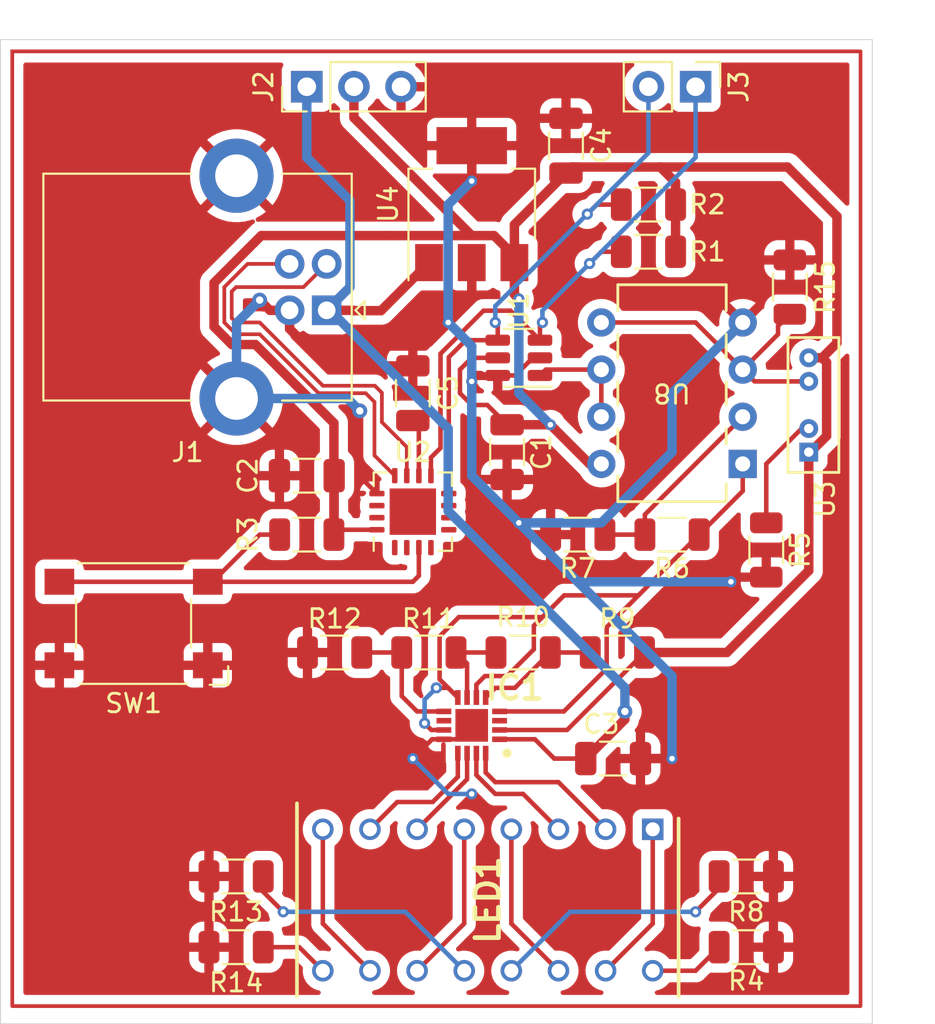
<source format=kicad_pcb>
(kicad_pcb (version 20221018) (generator pcbnew)
  (layers (0 "F.Cu" signal) (31 "B.Cu" signal) (34 "B.Paste" user) (35 "F.Paste" user) (36 "B.SilkS" user "B.Silkscreen") (37 "F.SilkS" user "F.Silkscreen") (38 "B.Mask" user) (39 "F.Mask" user) (44 "Edge.Cuts" user))
  (net 0 "")
  (net 1 "/D-")
  (net 2 "/D+")
  (net 3 "GND")
  (net 4 "+3.3V")
  (net 5 "/SCL")
  (net 6 "/SDA")
  (net 7 "/#RST")
  (net 8 "Net-(U3-Cath)")
  (net 15 "Net-(U2-VUSB)")
  (net 19 "Net-(U1-VIN+)")
  (net 20 "+5V")
  (net 22 "Net-(IC1-IN1+)")
  (net 23 "Net-(IC1-IN2-)")
  (net 24 "Net-(IC1-IN3-)")
  (net 25 "Net-(IC1-IN4-)")
  (net 27 "Net-(IC1-OUT4)")
  (net 28 "Net-(IC1-OUT3)")
  (net 29 "Net-(IC1-OUT2)")
  (net 30 "Net-(IC1-OUT1)")
  (net 31 "Net-(U8A--)")
  (net 32 "Umert")
  (net 33 "Net-(LED1-AH)")
  (net 34 "Net-(LED1-AG)")
  (net 35 "Net-(LED1-AF)")
  (net 36 "Net-(LED1-AE)")
  (net 37 "Net-(LED1-KE)")
  (net 38 "Net-(LED1-KF)")
  (net 39 "Net-(LED1-KG)")
  (net 40 "Net-(LED1-KH)")
  (footprint "Resistor_SMD:R_1206_3216Metric" (layer "F.Cu") (at 77.47 36.195 180)
    (fp_text reference "R2" (at -3.175 0) (layer "F.SilkS"))
    (fp_text value "4k7")
    (pad "1" smd roundrect (at -1.4625 0 180) (size 1.125 1.75) (layers "F.Cu" "F.Paste" "F.Mask") (roundrect_rratio 0.2222222222) (net 4 "+3.3V"))
    (pad "2" smd roundrect (at 1.4625 0 180) (size 1.125 1.75) (layers "F.Cu" "F.Paste" "F.Mask") (roundrect_rratio 0.2222222222) (net 6 "/SDA"))
  )
  (footprint "Resistor_SMD:R_1206_3216Metric" (layer "F.Cu") (at 82.7425 72.39 180)
    (fp_text reference "R8" (at 0 -1.905) (layer "F.SilkS"))
    (fp_text value "60.4")
    (pad "1" smd roundrect (at -1.4625 0 180) (size 1.125 1.75) (layers "F.Cu" "F.Paste" "F.Mask") (roundrect_rratio 0.2222222222) (net 3 "GND"))
    (pad "2" smd roundrect (at 1.4625 0 180) (size 1.125 1.75) (layers "F.Cu" "F.Paste" "F.Mask") (roundrect_rratio 0.2222222222) (net 39 "Net-(LED1-KG)"))
  )
  (footprint "Capacitor_SMD:C_1206_3216Metric" (layer "F.Cu") (at 75.565 66.04)
    (fp_text reference "C3" (at -0.635 -1.85) (layer "F.SilkS"))
    (fp_text value "4.7u")
    (pad "1" smd roundrect (at -1.475 0) (size 1.15 1.8) (layers "F.Cu" "F.Paste" "F.Mask") (roundrect_rratio 0.2173913043) (net 20 "+5V"))
    (pad "2" smd roundrect (at 1.475 0) (size 1.15 1.8) (layers "F.Cu" "F.Paste" "F.Mask") (roundrect_rratio 0.2173913043) (net 3 "GND"))
  )
  (footprint "Button_Switch_SMD:SW_SPST_Omron_B3FS-100xP" (layer "F.Cu") (at 49.72 58.765 180)
    (fp_text reference "SW1" (at 0 -4.3) (layer "F.SilkS"))
    (fp_text value "SW_Push")
    (pad "1" smd rect (at -4 -2.25) (size 1.6 1.4) (layers "F.Cu" "F.Paste" "F.Mask") (net 3 "GND"))
    (pad "1" smd rect (at 4 -2.25) (size 1.6 1.4) (layers "F.Cu" "F.Paste" "F.Mask") (net 3 "GND"))
    (pad "2" smd rect (at -4 2.25) (size 1.6 1.4) (layers "F.Cu" "F.Paste" "F.Mask") (net 7 "/#RST"))
    (pad "2" smd rect (at 4 2.25) (size 1.6 1.4) (layers "F.Cu" "F.Paste" "F.Mask") (net 7 "/#RST"))
  )
  (footprint "Package_TO_SOT_SMD:SOT-23-6" (layer "F.Cu") (at 70.485 44.45 180)
    (fp_text reference "U1" (at 0 2.54 90) (layer "F.SilkS"))
    (fp_text value "ADS1110")
    (pad "1" smd roundrect (at -1.1375 -0.95 180) (size 1.325 0.6) (layers "F.Cu" "F.Paste" "F.Mask") (net 19 "Net-(U1-VIN+)"))
    (pad "2" smd roundrect (at -1.1375 0 180) (size 1.325 0.6) (layers "F.Cu" "F.Paste" "F.Mask") (net 3 "GND"))
    (pad "3" smd roundrect (at -1.1375 0.95 180) (size 1.325 0.6) (layers "F.Cu" "F.Paste" "F.Mask") (net 5 "/SCL"))
    (pad "4" smd roundrect (at 1.1375 0.95 180) (size 1.325 0.6) (layers "F.Cu" "F.Paste" "F.Mask") (net 6 "/SDA"))
    (pad "5" smd roundrect (at 1.1375 0 180) (size 1.325 0.6) (layers "F.Cu" "F.Paste" "F.Mask") (net 4 "+3.3V"))
    (pad "6" smd roundrect (at 1.1375 -0.95 180) (size 1.325 0.6) (layers "F.Cu" "F.Paste" "F.Mask") (net 3 "GND"))
  )
  (footprint "OwnLib:QFN50P300X300X80-17N-D" (layer "F.Cu") (at 67.945 64.25 180)
    (fp_text reference "IC1" (at -2.31 2.02) (layer "F.SilkS") (effects (font (size 1.27 1.27) (thickness 0.254))))
    (fp_text value "TLV9024RTER" hide)
    (pad "1" smd rect (at -1.5 -0.75 270) (size 0.3 0.8) (layers "F.Cu" "F.Paste" "F.Mask") (net 20 "+5V"))
    (pad "2" smd rect (at -1.5 -0.25 270) (size 0.3 0.8) (layers "F.Cu" "F.Paste" "F.Mask") (net 4 "+3.3V"))
    (pad "3" smd rect (at -1.5 0.25 270) (size 0.3 0.8) (layers "F.Cu" "F.Paste" "F.Mask"))
    (pad "4" smd rect (at -1.5 0.75 270) (size 0.3 0.8) (layers "F.Cu" "F.Paste" "F.Mask") (net 22 "Net-(IC1-IN1+)"))
    (pad "5" smd rect (at -0.75 1.5 180) (size 0.3 0.8) (layers "F.Cu" "F.Paste" "F.Mask") (net 23 "Net-(IC1-IN2-)"))
    (pad "6" smd rect (at -0.25 1.5 180) (size 0.3 0.8) (layers "F.Cu" "F.Paste" "F.Mask") (net 22 "Net-(IC1-IN1+)"))
    (pad "7" smd rect (at 0.25 1.5 180) (size 0.3 0.8) (layers "F.Cu" "F.Paste" "F.Mask") (net 24 "Net-(IC1-IN3-)"))
    (pad "8" smd rect (at 0.75 1.5 180) (size 0.3 0.8) (layers "F.Cu" "F.Paste" "F.Mask") (net 22 "Net-(IC1-IN1+)"))
    (pad "9" smd rect (at 1.5 0.75 270) (size 0.3 0.8) (layers "F.Cu" "F.Paste" "F.Mask") (net 25 "Net-(IC1-IN4-)"))
    (pad "10" smd rect (at 1.5 0.25 270) (size 0.3 0.8) (layers "F.Cu" "F.Paste" "F.Mask"))
    (pad "11" smd rect (at 1.5 -0.25 270) (size 0.3 0.8) (layers "F.Cu" "F.Paste" "F.Mask") (net 22 "Net-(IC1-IN1+)"))
    (pad "12" smd rect (at 1.5 -0.75 270) (size 0.3 0.8) (layers "F.Cu" "F.Paste" "F.Mask") (net 3 "GND"))
    (pad "13" smd rect (at 0.75 -1.5 180) (size 0.3 0.8) (layers "F.Cu" "F.Paste" "F.Mask") (net 27 "Net-(IC1-OUT4)"))
    (pad "14" smd rect (at 0.25 -1.5 180) (size 0.3 0.8) (layers "F.Cu" "F.Paste" "F.Mask") (net 28 "Net-(IC1-OUT3)"))
    (pad "15" smd rect (at -0.25 -1.5 180) (size 0.3 0.8) (layers "F.Cu" "F.Paste" "F.Mask") (net 29 "Net-(IC1-OUT2)"))
    (pad "16" smd rect (at -0.75 -1.5 180) (size 0.3 0.8) (layers "F.Cu" "F.Paste" "F.Mask") (net 30 "Net-(IC1-OUT1)"))
    (pad "17" smd rect (at 0 0 180) (size 1.76 1.76) (layers "F.Cu" "F.Paste" "F.Mask") (net 3 "GND"))
  )
  (footprint "Resistor_SMD:R_1206_3216Metric" (layer "F.Cu") (at 85.09 40.64 90)
    (fp_text reference "R15" (at 0 1.905 90) (layer "F.SilkS"))
    (fp_text value "590")
    (pad "1" smd roundrect (at -1.4625 0 90) (size 1.125 1.75) (layers "F.Cu" "F.Paste" "F.Mask") (roundrect_rratio 0.2222222222) (net 32 "Umert"))
    (pad "2" smd roundrect (at 1.4625 0 90) (size 1.125 1.75) (layers "F.Cu" "F.Paste" "F.Mask") (roundrect_rratio 0.2222222222) (net 3 "GND"))
  )
  (footprint "Package_TO_SOT_SMD:SOT-223-3_TabPin2" (layer "F.Cu") (at 67.945 36.17 90)
    (fp_text reference "U4" (at 0 -4.5 90) (layer "F.SilkS"))
    (fp_text value "AP7361C-33E")
    (pad "1" smd rect (at -3.15 -2.3 90) (size 2 1.5) (layers "F.Cu" "F.Paste" "F.Mask") (net 20 "+5V"))
    (pad "2" smd rect (at -3.15 0 90) (size 2 1.5) (layers "F.Cu" "F.Paste" "F.Mask") (net 3 "GND"))
    (pad "2" smd rect (at 3.15 0 90) (size 2 3.8) (layers "F.Cu" "F.Paste" "F.Mask") (net 3 "GND"))
    (pad "3" smd rect (at -3.15 2.3 90) (size 2 1.5) (layers "F.Cu" "F.Paste" "F.Mask") (net 4 "+3.3V"))
  )
  (footprint "Resistor_SMD:R_1206_3216Metric" (layer "F.Cu") (at 55.245 76.2)
    (fp_text reference "R14" (at 0 1.905) (layer "F.SilkS"))
    (fp_text value "60.4")
    (pad "1" smd roundrect (at -1.4625 0) (size 1.125 1.75) (layers "F.Cu" "F.Paste" "F.Mask") (roundrect_rratio 0.2222222222) (net 3 "GND"))
    (pad "2" smd roundrect (at 1.4625 0) (size 1.125 1.75) (layers "F.Cu" "F.Paste" "F.Mask") (roundrect_rratio 0.2222222222) (net 37 "Net-(LED1-KE)"))
  )
  (footprint "Resistor_SMD:R_1206_3216Metric" (layer "F.Cu") (at 78.74 53.975 180)
    (fp_text reference "R6" (at 0 -1.82) (layer "F.SilkS"))
    (fp_text value "10k")
    (pad "1" smd roundrect (at -1.4625 0 180) (size 1.125 1.75) (layers "F.Cu" "F.Paste" "F.Mask") (roundrect_rratio 0.2222222222) (net 22 "Net-(IC1-IN1+)"))
    (pad "2" smd roundrect (at 1.4625 0 180) (size 1.125 1.75) (layers "F.Cu" "F.Paste" "F.Mask") (roundrect_rratio 0.2222222222) (net 31 "Net-(U8A--)"))
  )
  (footprint "Capacitor_SMD:C_1206_3216Metric" (layer "F.Cu") (at 69.85 49.53 -90)
    (fp_text reference "C1" (at 0 -1.85 90) (layer "F.SilkS"))
    (fp_text value "100n")
    (pad "1" smd roundrect (at -1.475 0 270) (size 1.15 1.8) (layers "F.Cu" "F.Paste" "F.Mask") (roundrect_rratio 0.2173913043) (net 4 "+3.3V"))
    (pad "2" smd roundrect (at 1.475 0 270) (size 1.15 1.8) (layers "F.Cu" "F.Paste" "F.Mask") (roundrect_rratio 0.2173913043) (net 3 "GND"))
  )
  (footprint "Connector_USB:USB_B_Lumberg_2411_02_Horizontal" (layer "F.Cu") (at 60.1275 41.89 180)
    (fp_text reference "J1" (at 7.5 -7.65) (layer "F.SilkS"))
    (fp_text value "USB_B")
    (pad "1" thru_hole rect (at 0 0 270) (size 1.6 1.6) (drill 0.95) (layers "*.Cu" "*.Mask") (net 20 "+5V"))
    (pad "2" thru_hole circle (at 0 2.5 270) (size 1.6 1.6) (drill 0.95) (layers "*.Cu" "*.Mask") (net 1 "/D-"))
    (pad "3" thru_hole circle (at 2 2.5 270) (size 1.6 1.6) (drill 0.95) (layers "*.Cu" "*.Mask") (net 2 "/D+"))
    (pad "4" thru_hole circle (at 2 0 270) (size 1.6 1.6) (drill 0.95) (layers "*.Cu" "*.Mask") (net 3 "GND"))
    (pad "5" thru_hole circle (at 4.86 -4.75 270) (size 4 4) (drill 2.3) (layers "*.Cu" "*.Mask") (net 3 "GND"))
    (pad "5" thru_hole circle (at 4.86 7.25 270) (size 4 4) (drill 2.3) (layers "*.Cu" "*.Mask") (net 3 "GND"))
  )
  (footprint "Resistor_SMD:R_1206_3216Metric" (layer "F.Cu") (at 65.635 60.325)
    (fp_text reference "R11" (at 0 -1.82) (layer "F.SilkS"))
    (fp_text value "2k")
    (pad "1" smd roundrect (at -1.4625 0) (size 1.125 1.75) (layers "F.Cu" "F.Paste" "F.Mask") (roundrect_rratio 0.2222222222) (net 25 "Net-(IC1-IN4-)"))
    (pad "2" smd roundrect (at 1.4625 0) (size 1.125 1.75) (layers "F.Cu" "F.Paste" "F.Mask") (roundrect_rratio 0.2222222222) (net 24 "Net-(IC1-IN3-)"))
  )
  (footprint "Resistor_SMD:R_1206_3216Metric" (layer "F.Cu") (at 73.66 53.975 180)
    (fp_text reference "R7" (at 0 -1.82) (layer "F.SilkS"))
    (fp_text value "1.43k")
    (pad "1" smd roundrect (at -1.4625 0 180) (size 1.125 1.75) (layers "F.Cu" "F.Paste" "F.Mask") (roundrect_rratio 0.2222222222) (net 31 "Net-(U8A--)"))
    (pad "2" smd roundrect (at 1.4625 0 180) (size 1.125 1.75) (layers "F.Cu" "F.Paste" "F.Mask") (roundrect_rratio 0.2222222222) (net 3 "GND"))
  )
  (footprint "OwnLib:TCRT1010_VIS" (layer "F.Cu") (at 86.11 49.53 90)
    (fp_text reference "U3" (at -2.54 0.885 90 unlocked) (layer "F.SilkS"))
    (fp_text value "~")
    (pad "1" thru_hole rect (at 0 0.000001 90) (size 1.016 1.016) (drill 0.508) (layers "*.Cu" "*.Mask") (net 4 "+3.3V"))
    (pad "2" thru_hole circle (at 1.27 0.000001 90) (size 1.016 1.016) (drill 0.508) (layers "*.Cu" "*.Mask") (net 8 "Net-(U3-Cath)"))
    (pad "3" thru_hole circle (at 3.81 0.000001 90) (size 1.016 1.016) (drill 0.508) (layers "*.Cu" "*.Mask") (net 32 "Umert"))
    (pad "4" thru_hole circle (at 5.08 0.000001 90) (size 1.016 1.016) (drill 0.508) (layers "*.Cu" "*.Mask") (net 4 "+3.3V"))
  )
  (footprint "Resistor_SMD:R_1206_3216Metric" (layer "F.Cu") (at 55.245 72.39)
    (fp_text reference "R13" (at 0 1.905) (layer "F.SilkS"))
    (fp_text value "60.4")
    (pad "1" smd roundrect (at -1.4625 0) (size 1.125 1.75) (layers "F.Cu" "F.Paste" "F.Mask") (roundrect_rratio 0.2222222222) (net 3 "GND"))
    (pad "2" smd roundrect (at 1.4625 0) (size 1.125 1.75) (layers "F.Cu" "F.Paste" "F.Mask") (roundrect_rratio 0.2222222222) (net 38 "Net-(LED1-KF)"))
  )
  (footprint "Resistor_SMD:R_1206_3216Metric" (layer "F.Cu") (at 60.555 60.325)
    (fp_text reference "R12" (at 0 -1.82) (layer "F.SilkS"))
    (fp_text value "3k")
    (pad "1" smd roundrect (at -1.4625 0) (size 1.125 1.75) (layers "F.Cu" "F.Paste" "F.Mask") (roundrect_rratio 0.2222222222) (net 3 "GND"))
    (pad "2" smd roundrect (at 1.4625 0) (size 1.125 1.75) (layers "F.Cu" "F.Paste" "F.Mask") (roundrect_rratio 0.2222222222) (net 25 "Net-(IC1-IN4-)"))
  )
  (footprint "Connector_PinHeader_2.54mm:PinHeader_1x02_P2.54mm_Vertical" (layer "F.Cu") (at 80.01 29.845 -90)
    (fp_text reference "J3" (at 0 -2.33 90) (layer "F.SilkS"))
    (fp_text value "Conn_01x02")
    (pad "1" thru_hole rect (at 0 0 270) (size 1.7 1.7) (drill 1) (layers "*.Cu" "*.Mask") (net 5 "/SCL"))
    (pad "2" thru_hole oval (at 0 2.54 270) (size 1.7 1.7) (drill 1) (layers "*.Cu" "*.Mask") (net 6 "/SDA"))
  )
  (footprint "Resistor_SMD:R_1206_3216Metric" (layer "F.Cu") (at 70.715 60.325)
    (fp_text reference "R10" (at 0 -1.905) (layer "F.SilkS"))
    (fp_text value "5k")
    (pad "1" smd roundrect (at -1.4625 0) (size 1.125 1.75) (layers "F.Cu" "F.Paste" "F.Mask") (roundrect_rratio 0.2222222222) (net 24 "Net-(IC1-IN3-)"))
    (pad "2" smd roundrect (at 1.4625 0) (size 1.125 1.75) (layers "F.Cu" "F.Paste" "F.Mask") (roundrect_rratio 0.2222222222) (net 23 "Net-(IC1-IN2-)"))
  )
  (footprint "Resistor_SMD:R_1206_3216Metric" (layer "F.Cu") (at 59.055 53.975 180)
    (fp_text reference "R3" (at 3.175 0 90) (layer "F.SilkS"))
    (fp_text value "10k")
    (pad "1" smd roundrect (at -1.4625 0 180) (size 1.125 1.75) (layers "F.Cu" "F.Paste" "F.Mask") (roundrect_rratio 0.2222222222) (net 4 "+3.3V"))
    (pad "2" smd roundrect (at 1.4625 0 180) (size 1.125 1.75) (layers "F.Cu" "F.Paste" "F.Mask") (roundrect_rratio 0.2222222222) (net 7 "/#RST"))
  )
  (footprint "Resistor_SMD:R_1206_3216Metric" (layer "F.Cu") (at 75.795 60.325)
    (fp_text reference "R9" (at 0 -1.82) (layer "F.SilkS"))
    (fp_text value "10k")
    (pad "1" smd roundrect (at -1.4625 0) (size 1.125 1.75) (layers "F.Cu" "F.Paste" "F.Mask") (roundrect_rratio 0.2222222222) (net 23 "Net-(IC1-IN2-)"))
    (pad "2" smd roundrect (at 1.4625 0) (size 1.125 1.75) (layers "F.Cu" "F.Paste" "F.Mask") (roundrect_rratio 0.2222222222) (net 4 "+3.3V"))
  )
  (footprint "Package_DFN_QFN:QFN-16-1EP_4x4mm_P0.65mm_EP2.5x2.5mm" (layer "F.Cu") (at 64.77 52.7375 90)
    (fp_text reference "U2" (at 3.2075 0 180) (layer "F.SilkS"))
    (fp_text value "MCP2221AxML")
    (pad "1" smd roundrect (at -1.9375 -0.975 90) (size 0.825 0.3) (layers "F.Cu" "F.Paste" "F.Mask"))
    (pad "2" smd roundrect (at -1.9375 -0.325 90) (size 0.825 0.3) (layers "F.Cu" "F.Paste" "F.Mask"))
    (pad "3" smd roundrect (at -1.9375 0.325 90) (size 0.825 0.3) (layers "F.Cu" "F.Paste" "F.Mask") (net 7 "/#RST"))
    (pad "4" smd roundrect (at -1.9375 0.975 90) (size 0.825 0.3) (layers "F.Cu" "F.Paste" "F.Mask"))
    (pad "5" smd roundrect (at -0.975 1.9375 90) (size 0.3 0.825) (layers "F.Cu" "F.Paste" "F.Mask"))
    (pad "6" smd roundrect (at -0.325 1.9375 90) (size 0.3 0.825) (layers "F.Cu" "F.Paste" "F.Mask"))
    (pad "7" smd roundrect (at 0.325 1.9375 90) (size 0.3 0.825) (layers "F.Cu" "F.Paste" "F.Mask"))
    (pad "8" smd roundrect (at 0.975 1.9375 90) (size 0.3 0.825) (layers "F.Cu" "F.Paste" "F.Mask") (net 6 "/SDA"))
    (pad "9" smd roundrect (at 1.9375 0.975 90) (size 0.825 0.3) (layers "F.Cu" "F.Paste" "F.Mask") (net 5 "/SCL"))
    (pad "10" smd roundrect (at 1.9375 0.325 90) (size 0.825 0.3) (layers "F.Cu" "F.Paste" "F.Mask") (net 15 "Net-(U2-VUSB)"))
    (pad "11" smd roundrect (at 1.9375 -0.325 90) (size 0.825 0.3) (layers "F.Cu" "F.Paste" "F.Mask") (net 1 "/D-"))
    (pad "12" smd roundrect (at 1.9375 -0.975 90) (size 0.825 0.3) (layers "F.Cu" "F.Paste" "F.Mask") (net 2 "/D+"))
    (pad "13" smd roundrect (at 0.975 -1.9375 90) (size 0.3 0.825) (layers "F.Cu" "F.Paste" "F.Mask") (net 3 "GND"))
    (pad "14" smd roundrect (at 0.325 -1.9375 90) (size 0.3 0.825) (layers "F.Cu" "F.Paste" "F.Mask"))
    (pad "15" smd roundrect (at -0.325 -1.9375 90) (size 0.3 0.825) (layers "F.Cu" "F.Paste" "F.Mask"))
    (pad "16" smd roundrect (at -0.975 -1.9375 90) (size 0.3 0.825) (layers "F.Cu" "F.Paste" "F.Mask") (net 4 "+3.3V"))
    (pad "17" smd rect (at 0 0 90) (size 2.5 2.5) (layers "F.Cu" "F.Mask"))
  )
  (footprint "Resistor_SMD:R_1206_3216Metric" (layer "F.Cu") (at 77.47 38.735 180)
    (fp_text reference "R1" (at -3.175 0) (layer "F.SilkS"))
    (fp_text value "4k7")
    (pad "1" smd roundrect (at -1.4625 0 180) (size 1.125 1.75) (layers "F.Cu" "F.Paste" "F.Mask") (roundrect_rratio 0.2222222222) (net 4 "+3.3V"))
    (pad "2" smd roundrect (at 1.4625 0 180) (size 1.125 1.75) (layers "F.Cu" "F.Paste" "F.Mask") (roundrect_rratio 0.2222222222) (net 5 "/SCL"))
  )
  (footprint "Resistor_SMD:R_1206_3216Metric" (layer "F.Cu") (at 82.7425 76.2 180)
    (fp_text reference "R4" (at 0 -1.82) (layer "F.SilkS"))
    (fp_text value "60.4")
    (pad "1" smd roundrect (at -1.4625 0 180) (size 1.125 1.75) (layers "F.Cu" "F.Paste" "F.Mask") (roundrect_rratio 0.2222222222) (net 3 "GND"))
    (pad "2" smd roundrect (at 1.4625 0 180) (size 1.125 1.75) (layers "F.Cu" "F.Paste" "F.Mask") (roundrect_rratio 0.2222222222) (net 40 "Net-(LED1-KH)"))
  )
  (footprint "Resistor_SMD:R_1206_3216Metric" (layer "F.Cu") (at 83.82 54.8025 -90)
    (fp_text reference "R5" (at 0 -1.82 90) (layer "F.SilkS"))
    (fp_text value "17.8")
    (pad "1" smd roundrect (at -1.4625 0 270) (size 1.125 1.75) (layers "F.Cu" "F.Paste" "F.Mask") (roundrect_rratio 0.2222222222) (net 8 "Net-(U3-Cath)"))
    (pad "2" smd roundrect (at 1.4625 0 270) (size 1.125 1.75) (layers "F.Cu" "F.Paste" "F.Mask") (roundrect_rratio 0.2222222222) (net 3 "GND"))
  )
  (footprint "Capacitor_SMD:C_1206_3216Metric" (layer "F.Cu") (at 73.025 33.02 90)
    (fp_text reference "C4" (at 0 1.905 90) (layer "F.SilkS"))
    (fp_text value "4.7u")
    (pad "1" smd roundrect (at -1.475 0 90) (size 1.15 1.8) (layers "F.Cu" "F.Paste" "F.Mask") (roundrect_rratio 0.2173913043) (net 4 "+3.3V"))
    (pad "2" smd roundrect (at 1.475 0 90) (size 1.15 1.8) (layers "F.Cu" "F.Paste" "F.Mask") (roundrect_rratio 0.2173913043) (net 3 "GND"))
  )
  (footprint "OwnLib:DIP762W56P254L2032H647Q16N" (layer "F.Cu") (at 68.81 73.66 -90)
    (fp_text reference "LED1" (at 0 0 90) (layer "F.SilkS") (effects (font (size 1.27 1.27) (thickness 0.254))))
    (fp_text value "HLMP-2820" hide)
    (pad "1" thru_hole rect (at -3.81 -8.89 270) (size 1.158 1.158) (drill 0.758) (layers "*.Cu" "*.Mask") (net 33 "Net-(LED1-AH)"))
    (pad "2" thru_hole circle (at -3.81 -6.35 270) (size 1.158 1.158) (drill 0.758) (layers "*.Cu" "*.Mask") (net 30 "Net-(IC1-OUT1)"))
    (pad "3" thru_hole circle (at -3.81 -3.81 270) (size 1.158 1.158) (drill 0.758) (layers "*.Cu" "*.Mask") (net 29 "Net-(IC1-OUT2)"))
    (pad "4" thru_hole circle (at -3.81 -1.27 270) (size 1.158 1.158) (drill 0.758) (layers "*.Cu" "*.Mask") (net 34 "Net-(LED1-AG)"))
    (pad "5" thru_hole circle (at -3.81 1.27 270) (size 1.158 1.158) (drill 0.758) (layers "*.Cu" "*.Mask") (net 35 "Net-(LED1-AF)"))
    (pad "6" thru_hole circle (at -3.81 3.81 270) (size 1.158 1.158) (drill 0.758) (layers "*.Cu" "*.Mask") (net 28 "Net-(IC1-OUT3)"))
    (pad "7" thru_hole circle (at -3.81 6.35 270) (size 1.158 1.158) (drill 0.758) (layers "*.Cu" "*.Mask") (net 27 "Net-(IC1-OUT4)"))
    (pad "8" thru_hole circle (at -3.81 8.89 270) (size 1.158 1.158) (drill 0.758) (layers "*.Cu" "*.Mask") (net 36 "Net-(LED1-AE)"))
    (pad "9" thru_hole circle (at 3.81 8.89 270) (size 1.158 1.158) (drill 0.758) (layers "*.Cu" "*.Mask") (net 37 "Net-(LED1-KE)"))
    (pad "10" thru_hole circle (at 3.81 6.35 270) (size 1.158 1.158) (drill 0.758) (layers "*.Cu" "*.Mask") (net 36 "Net-(LED1-AE)"))
    (pad "11" thru_hole circle (at 3.81 3.81 270) (size 1.158 1.158) (drill 0.758) (layers "*.Cu" "*.Mask") (net 35 "Net-(LED1-AF)"))
    (pad "12" thru_hole circle (at 3.81 1.27 270) (size 1.158 1.158) (drill 0.758) (layers "*.Cu" "*.Mask") (net 38 "Net-(LED1-KF)"))
    (pad "13" thru_hole circle (at 3.81 -1.27 270) (size 1.158 1.158) (drill 0.758) (layers "*.Cu" "*.Mask") (net 39 "Net-(LED1-KG)"))
    (pad "14" thru_hole circle (at 3.81 -3.81 270) (size 1.158 1.158) (drill 0.758) (layers "*.Cu" "*.Mask") (net 34 "Net-(LED1-AG)"))
    (pad "15" thru_hole circle (at 3.81 -6.35 270) (size 1.158 1.158) (drill 0.758) (layers "*.Cu" "*.Mask") (net 33 "Net-(LED1-AH)"))
    (pad "16" thru_hole circle (at 3.81 -8.89 270) (size 1.158 1.158) (drill 0.758) (layers "*.Cu" "*.Mask") (net 40 "Net-(LED1-KH)"))
  )
  (footprint "Connector_PinHeader_2.54mm:PinHeader_1x03_P2.54mm_Vertical" (layer "F.Cu") (at 59.055 29.845 90)
    (fp_text reference "J2" (at 0 -2.33 90) (layer "F.SilkS"))
    (fp_text value "Conn_01x03")
    (pad "1" thru_hole rect (at 0 0 90) (size 1.7 1.7) (drill 1) (layers "*.Cu" "*.Mask") (net 20 "+5V"))
    (pad "2" thru_hole oval (at 0 2.54 90) (size 1.7 1.7) (drill 1) (layers "*.Cu" "*.Mask") (net 4 "+3.3V"))
    (pad "3" thru_hole oval (at 0 5.08 90) (size 1.7 1.7) (drill 1) (layers "*.Cu" "*.Mask") (net 3 "GND"))
  )
  (footprint "OwnLib:DIP8_300" (layer "F.Cu") (at 74.93 42.545 180)
    (fp_text reference "U8" (at -3.81 -3.81 180 unlocked) (layer "F.SilkS"))
    (fp_text value "LM2904")
    (pad "1" thru_hole rect (at -7.62 -7.62 180) (size 1.524 1.524) (drill 0.8128) (layers "*.Cu" "*.Mask") (net 22 "Net-(IC1-IN1+)"))
    (pad "2" thru_hole circle (at -7.62 -5.08 180) (size 1.524 1.524) (drill 0.8128) (layers "*.Cu" "*.Mask") (net 31 "Net-(U8A--)"))
    (pad "3" thru_hole circle (at -7.62 -2.54 180) (size 1.524 1.524) (drill 0.8128) (layers "*.Cu" "*.Mask") (net 32 "Umert"))
    (pad "4" thru_hole circle (at -7.62 0 180) (size 1.524 1.524) (drill 0.8128) (layers "*.Cu" "*.Mask") (net 3 "GND"))
    (pad "5" thru_hole circle (at 0 0 180) (size 1.524 1.524) (drill 0.8128) (layers "*.Cu" "*.Mask") (net 32 "Umert"))
    (pad "6" thru_hole circle (at 0 -2.54 180) (size 1.524 1.524) (drill 0.8128) (layers "*.Cu" "*.Mask") (net 19 "Net-(U1-VIN+)"))
    (pad "7" thru_hole circle (at 0 -5.08 180) (size 1.524 1.524) (drill 0.8128) (layers "*.Cu" "*.Mask") (net 19 "Net-(U1-VIN+)"))
    (pad "8" thru_hole circle (at 0 -7.62 180) (size 1.524 1.524) (drill 0.8128) (layers "*.Cu" "*.Mask") (net 4 "+3.3V"))
  )
  (footprint "Capacitor_SMD:C_1206_3216Metric" (layer "F.Cu") (at 59.055 50.8 180)
    (fp_text reference "C2" (at 3.175 0 90) (layer "F.SilkS"))
    (fp_text value "100n")
    (pad "1" smd roundrect (at -1.475 0 180) (size 1.15 1.8) (layers "F.Cu" "F.Paste" "F.Mask") (roundrect_rratio 0.2173913043) (net 4 "+3.3V"))
    (pad "2" smd roundrect (at 1.475 0 180) (size 1.15 1.8) (layers "F.Cu" "F.Paste" "F.Mask") (roundrect_rratio 0.2173913043) (net 3 "GND"))
  )
  (footprint "Capacitor_SMD:C_1206_3216Metric" (layer "F.Cu") (at 64.77 46.355 90)
    (fp_text reference "C5" (at 0 1.905 90) (layer "F.SilkS"))
    (fp_text value "100n")
    (pad "1" smd roundrect (at -1.475 0 90) (size 1.15 1.8) (layers "F.Cu" "F.Paste" "F.Mask") (roundrect_rratio 0.2173913043) (net 15 "Net-(U2-VUSB)"))
    (pad "2" smd roundrect (at 1.475 0 90) (size 1.15 1.8) (layers "F.Cu" "F.Paste" "F.Mask") (roundrect_rratio 0.2173913043) (net 3 "GND"))
  )
  (gr_rect (start 43.18 27.94) (end 88.9 79.375) (stroke (width 0.2)) (fill none) (layer "F.Cu"))
  (gr_rect (start 42.545 27.305) (end 89.535 80.3275) (stroke (width 0.05)) (fill none) (layer "Edge.Cuts"))
  (segment (start 60.1275 39.39) (end 58.8775 40.64) (width 0.2) (layer "F.Cu") (net 1))
  (segment (start 55.245 42.545) (end 56.515 42.545) (width 0.2) (layer "F.Cu") (net 1))
  (segment (start 58.8775 40.64) (end 55.245 40.64) (width 0.2) (layer "F.Cu") (net 1))
  (segment (start 55.01 40.875) (end 55.01 42.31) (width 0.2) (layer "F.Cu") (net 1))
  (segment (start 62.723185 45.955) (end 62.23 45.955) (width 0.2) (layer "F.Cu") (net 1))
  (segment (start 59.925 45.955) (end 62.23 45.955) (width 0.2) (layer "F.Cu") (net 1))
  (segment (start 63.10241 47.915227) (end 63.10241 46.334225) (width 0.2) (layer "F.Cu") (net 1))
  (segment (start 56.515 42.545) (end 59.925 45.955) (width 0.2) (layer "F.Cu") (net 1))
  (segment (start 64.445 49.257817) (end 63.10241 47.915227) (width 0.2) (layer "F.Cu") (net 1))
  (segment (start 63.10241 46.334225) (end 62.723185 45.955) (width 0.2) (layer "F.Cu") (net 1))
  (segment (start 55.245 40.64) (end 55.01 40.875) (width 0.2) (layer "F.Cu") (net 1))
  (segment (start 64.445 50.8) (end 64.445 49.257817) (width 0.2) (layer "F.Cu") (net 1))
  (segment (start 55.01 42.31) (end 55.245 42.545) (width 0.2) (layer "F.Cu") (net 1))
  (segment (start 62.70241 46.82741) (end 62.23 46.355) (width 0.2) (layer "F.Cu") (net 2))
  (segment (start 59.69 46.355) (end 62.23 46.355) (width 0.2) (layer "F.Cu") (net 2))
  (segment (start 55.86 39.39) (end 54.61 40.64) (width 0.2) (layer "F.Cu") (net 2))
  (segment (start 55.245 43.18) (end 56.515 43.18) (width 0.2) (layer "F.Cu") (net 2))
  (segment (start 62.70241 49.70741) (end 62.70241 46.82741) (width 0.2) (layer "F.Cu") (net 2))
  (segment (start 58.1275 39.39) (end 55.86 39.39) (width 0.2) (layer "F.Cu") (net 2))
  (segment (start 63.795 50.8) (end 62.70241 49.70741) (width 0.2) (layer "F.Cu") (net 2))
  (segment (start 56.515 43.18) (end 59.69 46.355) (width 0.2) (layer "F.Cu") (net 2))
  (segment (start 54.61 40.64) (end 54.61 42.545) (width 0.2) (layer "F.Cu") (net 2))
  (segment (start 54.61 42.545) (end 55.245 43.18) (width 0.2) (layer "F.Cu") (net 2))
  (segment (start 82.165 56.265) (end 81.915 56.515) (width 0.245) (layer "F.Cu") (net 3))
  (segment (start 70.287628 45.4) (end 71.237628 44.45) (width 0.245) (layer "F.Cu") (net 3))
  (segment (start 67.195 65) (end 67.945 64.25) (width 0.245) (layer "F.Cu") (net 3))
  (segment (start 66.445 65) (end 67.195 65) (width 0.245) (layer "F.Cu") (net 3))
  (segment (start 61.9125 50.8425) (end 61.9125 47.3075) (width 0.245) (layer "F.Cu") (net 3))
  (segment (start 71.237628 44.45) (end 71.6225 44.45) (width 0.245) (layer "F.Cu") (net 3))
  (segment (start 83.82 56.265) (end 82.165 56.265) (width 0.245) (layer "F.Cu") (net 3))
  (segment (start 65.81 65) (end 64.77 66.04) (width 0.245) (layer "F.Cu") (net 3))
  (segment (start 67.945 41.275) (end 66.675 42.545) (width 0.508) (layer "F.Cu") (net 3))
  (segment (start 69.3475 45.4) (end 68.265 45.4) (width 0.245) (layer "F.Cu") (net 3))
  (segment (start 59.055 43.815) (end 58.1275 42.8875) (width 0.508) (layer "F.Cu") (net 3))
  (segment (start 58.1275 42.8875) (end 58.1275 41.89) (width 0.508) (layer "F.Cu") (net 3))
  (segment (start 69.3475 45.4) (end 70.287628 45.4) (width 0.245) (layer "F.Cu") (net 3))
  (segment (start 57.0655 41.89) (end 58.1275 41.89) (width 0.508) (layer "F.Cu") (net 3))
  (segment (start 69.85 52.705) (end 69.85 51.005) (width 0.245) (layer "F.Cu") (net 3))
  (segment (start 56.515 41.3395) (end 57.0655 41.89) (width 0.508) (layer "F.Cu") (net 3))
  (segment (start 77.04 66.04) (end 78.74 66.04) (width 0.508) (layer "F.Cu") (net 3))
  (segment (start 66.445 65) (end 65.81 65) (width 0.245) (layer "F.Cu") (net 3))
  (segment (start 66.675 42.545) (end 65.405 43.815) (width 0.508) (layer "F.Cu") (net 3))
  (segment (start 67.945 33.02) (end 67.945 34.925) (width 0.508) (layer "F.Cu") (net 3))
  (segment (start 70.485 53.34) (end 69.85 52.705) (width 0.245) (layer "F.Cu") (net 3))
  (segment (start 62.8325 51.7625) (end 61.9125 50.8425) (width 0.245) (layer "F.Cu") (net 3))
  (segment (start 68.265 45.4) (end 67.945 45.72) (width 0.245) (layer "F.Cu") (net 3))
  (segment (start 65.405 43.815) (end 59.055 43.815) (width 0.508) (layer "F.Cu") (net 3))
  (segment (start 67.945 39.32) (end 67.945 41.275) (width 0.508) (layer "F.Cu") (net 3))
  (via (at 67.945 67.945) (size 0.6) (drill 0.3) (layers "F.Cu" "B.Cu") (net 3))
  (via (at 66.675 42.545) (size 0.6) (drill 0.3) (layers "F.Cu" "B.Cu") (net 3))
  (via (at 56.515 41.3395) (size 0.8) (drill 0.4) (layers "F.Cu" "B.Cu") (net 3))
  (via (at 67.945 45.72) (size 0.6) (drill 0.3) (layers "F.Cu" "B.Cu") (net 3))
  (via (at 70.485 53.34) (size 0.6) (drill 0.3) (layers "F.Cu" "B.Cu") (net 3))
  (via (at 64.77 66.04) (size 0.6) (drill 0.3) (layers "F.Cu" "B.Cu") (net 3))
  (via (at 78.74 66.04) (size 0.6) (drill 0.3) (layers "F.Cu" "B.Cu") (net 3))
  (via (at 61.9125 47.3075) (size 0.8) (drill 0.4) (layers "F.Cu" "B.Cu") (net 3))
  (via (at 81.915 56.515) (size 0.6) (drill 0.3) (layers "F.Cu" "B.Cu") (net 3))
  (via (at 67.945 34.925) (size 0.6) (drill 0.3) (layers "F.Cu" "B.Cu") (net 3))
  (segment (start 66.675 42.545) (end 67.945 43.815) (width 0.508) (layer "B.Cu") (net 3))
  (segment (start 66.675 67.945) (end 64.77 66.04) (width 0.245) (layer "B.Cu") (net 3))
  (segment (start 74.93 53.34) (end 70.485 53.34) (width 0.508) (layer "B.Cu") (net 3))
  (segment (start 73.66 56.515) (end 70.485 53.34) (width 0.508) (layer "B.Cu") (net 3))
  (segment (start 78.74 49.53) (end 74.93 53.34) (width 0.508) (layer "B.Cu") (net 3))
  (segment (start 66.675 41.91) (end 66.675 42.545) (width 0.508) (layer "B.Cu") (net 3))
  (segment (start 67.945 50.8) (end 67.945 45.72) (width 0.508) (layer "B.Cu") (net 3))
  (segment (start 73.66 56.515) (end 81.915 56.515) (width 0.508) (layer "B.Cu") (net 3))
  (segment (start 67.945 67.945) (end 66.675 67.945) (width 0.245) (layer "B.Cu") (net 3))
  (segment (start 66.675 36.195) (end 66.675 41.91) (width 0.508) (layer "B.Cu") (net 3))
  (segment (start 67.945 34.925) (end 66.675 36.195) (width 0.508) (layer "B.Cu") (net 3))
  (segment (start 78.74 61.595) (end 73.66 56.515) (width 0.508) (layer "B.Cu") (net 3))
  (segment (start 61.245 46.64) (end 55.2675 46.64) (width 0.508) (layer "B.Cu") (net 3))
  (segment (start 78.74 46.355) (end 78.74 49.53) (width 0.508) (layer "B.Cu") (net 3))
  (segment (start 67.945 50.8) (end 70.485 53.34) (width 0.508) (layer "B.Cu") (net 3))
  (segment (start 67.945 43.815) (end 67.945 45.72) (width 0.508) (layer "B.Cu") (net 3))
  (segment (start 82.55 42.545) (end 78.74 46.355) (width 0.508) (layer "B.Cu") (net 3))
  (segment (start 61.9125 47.3075) (end 61.245 46.64) (width 0.508) (layer "B.Cu") (net 3))
  (segment (start 78.74 66.04) (end 78.74 61.595) (width 0.508) (layer "B.Cu") (net 3))
  (segment (start 56.515 41.3395) (end 55.2675 42.587) (width 0.508) (layer "B.Cu") (net 3))
  (segment (start 55.2675 42.587) (end 55.2675 46.64) (width 0.508) (layer "B.Cu") (net 3))
  (segment (start 84.971 34.171) (end 87.63 36.83) (width 0.508) (layer "F.Cu") (net 4))
  (segment (start 68.785 46.99) (end 67.945 46.99) (width 0.245) (layer "F.Cu") (net 4))
  (segment (start 72.185 48.055) (end 69.85 48.055) (width 0.508) (layer "F.Cu") (net 4))
  (segment (start 67.31 46.355) (end 67.31 45.085) (width 0.245) (layer "F.Cu") (net 4))
  (segment (start 69.149 37.866) (end 70.245 38.962) (width 0.508) (layer "F.Cu") (net 4))
  (segment (start 55.015526 43.734) (end 54.056 42.774474) (width 0.508) (layer "F.Cu") (net 4))
  (segment (start 54.056 40.410526) (end 56.600526 37.866) (width 0.508) (layer "F.Cu") (net 4))
  (segment (start 70.245 37.275) (end 70.245 39.32) (width 0.508) (layer "F.Cu") (net 4))
  (segment (start 73.025 34.495) (end 70.245 37.275) (width 0.508) (layer "F.Cu") (net 4))
  (segment (start 56.600526 37.866) (end 63.5 37.866) (width 0.508) (layer "F.Cu") (net 4))
  (segment (start 62.8325 53.7125) (end 60.78 53.7125) (width 0.245) (layer "F.Cu") (net 4))
  (segment (start 87.072001 44.69358) (end 87.072001 48.658474) (width 0.508) (layer "F.Cu") (net 4))
  (segment (start 60.5175 47.965974) (end 56.285526 43.734) (width 0.508) (layer "F.Cu") (net 4))
  (segment (start 60.5175 53.975) (end 60.5175 47.965974) (width 0.508) (layer "F.Cu") (net 4))
  (segment (start 70.245 38.962) (end 70.245 39.32) (width 0.508) (layer "F.Cu") (net 4))
  (segment (start 81.700034 60.325) (end 77.2575 60.325) (width 0.508) (layer "F.Cu") (net 4))
  (segment (start 87.63 43.648421) (end 86.828421 44.45) (width 0.508) (layer "F.Cu") (net 4))
  (segment (start 56.285526 43.734) (end 55.015526 43.734) (width 0.508) (layer "F.Cu") (net 4))
  (segment (start 60.53 50.8) (end 60.53 53.9625) (width 0.508) (layer "F.Cu") (net 4))
  (segment (start 74.295 50.165) (end 72.185 48.055) (width 0.508) (layer "F.Cu") (net 4))
  (segment (start 86.110001 55.915033) (end 81.700034 60.325) (width 0.508) (layer "F.Cu") (net 4))
  (segment (start 70.245 39.32) (end 70.245 41.035) (width 0.508) (layer "F.Cu") (net 4))
  (segment (start 86.110001 49.53) (end 86.110001 55.915033) (width 0.508) (layer "F.Cu") (net 4))
  (segment (start 86.828421 44.45) (end 87.072001 44.69358) (width 0.508) (layer "F.Cu") (net 4))
  (segment (start 78.105 34.171) (end 84.971 34.171) (width 0.508) (layer "F.Cu") (net 4))
  (segment (start 77.2575 60.325) (end 73.0825 64.5) (width 0.245) (layer "F.Cu") (net 4))
  (segment (start 69.85 48.055) (end 68.785 46.99) (width 0.245) (layer "F.Cu") (net 4))
  (segment (start 60.53 53.9625) (end 60.5175 53.975) (width 0.508) (layer "F.Cu") (net 4))
  (segment (start 67.31 45.085) (end 67.945 44.45) (width 0.245) (layer "F.Cu") (net 4))
  (segment (start 70.245 41.035) (end 70.485 41.275) (width 0.508) (layer "F.Cu") (net 4))
  (segment (start 61.595 29.845) (end 61.595 31.516) (width 0.508) (layer "F.Cu") (net 4))
  (segment (start 63.5 37.866) (end 67.945 37.866) (width 0.508) (layer "F.Cu") (net 4))
  (segment (start 73.025 34.495) (end 73.349 34.171) (width 0.508) (layer "F.Cu") (net 4))
  (segment (start 67.945 46.99) (end 67.31 46.355) (width 0.245) (layer "F.Cu") (net 4))
  (segment (start 78.9325 34.9985) (end 78.105 34.171) (width 0.508) (layer "F.Cu") (net 4))
  (segment (start 86.200475 49.53) (end 86.110001 49.53) (width 0.508) (layer "F.Cu") (net 4))
  (segment (start 67.945 44.45) (end 69.3475 44.45) (width 0.245) (layer "F.Cu") (net 4))
  (segment (start 60.78 53.7125) (end 60.5175 53.975) (width 0.245) (layer "F.Cu") (net 4))
  (segment (start 87.63 36.83) (end 87.63 43.648421) (width 0.508) (layer "F.Cu") (net 4))
  (segment (start 67.945 37.866) (end 69.149 37.866) (width 0.508) (layer "F.Cu") (net 4))
  (segment (start 78.9325 36.195) (end 78.9325 38.735) (width 0.508) (layer "F.Cu") (net 4))
  (segment (start 87.072001 48.658474) (end 86.200475 49.53) (width 0.508) (layer "F.Cu") (net 4))
  (segment (start 86.110001 44.45) (end 86.828421 44.45) (width 0.508) (layer "F.Cu") (net 4))
  (segment (start 61.595 31.516) (end 67.945 37.866) (width 0.508) (layer "F.Cu") (net 4))
  (segment (start 73.349 34.171) (end 78.105 34.171) (width 0.508) (layer "F.Cu") (net 4))
  (segment (start 78.9325 36.195) (end 78.9325 34.9985) (width 0.508) (layer "F.Cu") (net 4))
  (segment (start 54.056 42.774474) (end 54.056 40.410526) (width 0.508) (layer "F.Cu") (net 4))
  (segment (start 73.0825 64.5) (end 69.445 64.5) (width 0.245) (layer "F.Cu") (net 4))
  (segment (start 74.93 50.165) (end 74.295 50.165) (width 0.508) (layer "F.Cu") (net 4))
  (via (at 72.185 48.055) (size 0.6) (drill 0.3) (layers "F.Cu" "B.Cu") (net 4))
  (via (at 70.485 41.275) (size 0.6) (drill 0.3) (layers "F.Cu" "B.Cu") (net 4))
  (segment (start 70.485 41.275) (end 70.485 46.355) (width 0.508) (layer "B.Cu") (net 4))
  (segment (start 70.485 46.355) (end 72.185 48.055) (width 0.508) (layer "B.Cu") (net 4))
  (segment (start 71.6225 43.5) (end 71.6225 42.6775) (width 0.245) (layer "F.Cu") (net 5))
  (segment (start 66.2625 49.3075) (end 66.2625 44.2275) (width 0.245) (layer "F.Cu") (net 5))
  (segment (start 74.93 38.735) (end 74.295 39.37) (width 0.245) (layer "F.Cu") (net 5))
  (segment (start 68.58 41.91) (end 70.0325 41.91) (width 0.245) (layer "F.Cu") (net 5))
  (segment (start 71.6225 42.6775) (end 71.755 42.545) (width 0.245) (layer "F.Cu") (net 5))
  (segment (start 65.745 49.825) (end 65.745 50.8) (width 0.245) (layer "F.Cu") (net 5))
  (segment (start 70.0325 41.91) (end 71.6225 43.5) (width 0.245) (layer "F.Cu") (net 5))
  (segment (start 76.0075 38.735) (end 74.93 38.735) (width 0.245) (layer "F.Cu") (net 5))
  (segment (start 66.2625 44.2275) (end 68.58 41.91) (width 0.245) (layer "F.Cu") (net 5))
  (segment (start 66.2625 49.3075) (end 65.745 49.825) (width 0.245) (layer "F.Cu") (net 5))
  (via (at 71.755 42.545) (size 0.6) (drill 0.3) (layers "F.Cu" "B.Cu") (net 5))
  (via (at 74.295 39.37) (size 0.6) (drill 0.3) (layers "F.Cu" "B.Cu") (net 5))
  (segment (start 71.755 41.91) (end 74.295 39.37) (width 0.245) (layer "B.Cu") (net 5))
  (segment (start 71.755 42.545) (end 71.755 41.91) (width 0.245) (layer "B.Cu") (net 5))
  (segment (start 74.295 39.37) (end 80.01 33.655) (width 0.245) (layer "B.Cu") (net 5))
  (segment (start 80.01 33.655) (end 80.01 29.845) (width 0.245) (layer "B.Cu") (net 5))
  (segment (start 69.215 42.545) (end 69.3475 42.6775) (width 0.245) (layer "F.Cu") (net 6))
  (segment (start 67.31 43.815) (end 67.625 43.5) (width 0.245) (layer "F.Cu") (net 6))
  (segment (start 66.7075 44.4175) (end 67.31 43.815) (width 0.245) (layer "F.Cu") (net 6))
  (segment (start 74.684652 36.195) (end 74.172326 36.707326) (width 0.245) (layer "F.Cu") (net 6))
  (segment (start 67.625 43.5) (end 69.3475 43.5) (width 0.245) (layer "F.Cu") (net 6))
  (segment (start 69.3475 42.6775) (end 69.3475 43.5) (width 0.245) (layer "F.Cu") (net 6))
  (segment (start 76.0075 36.195) (end 74.684652 36.195) (width 0.245) (layer "F.Cu") (net 6))
  (segment (start 66.7075 51.7625) (end 66.7075 44.4175) (width 0.245) (layer "F.Cu") (net 6))
  (via (at 69.215 42.545) (size 0.6) (drill 0.3) (layers "F.Cu" "B.Cu") (net 6))
  (via (at 74.172326 36.707326) (size 0.6) (drill 0.3) (layers "F.Cu" "B.Cu") (net 6))
  (segment (start 74.172326 36.707326) (end 77.47 33.409652) (width 0.245) (layer "B.Cu") (net 6))
  (segment (start 69.215 41.664652) (end 74.172326 36.707326) (width 0.245) (layer "B.Cu") (net 6))
  (segment (start 69.215 42.545) (end 69.215 41.664652) (width 0.245) (layer "B.Cu") (net 6))
  (segment (start 77.47 33.409652) (end 77.47 29.845) (width 0.245) (layer "B.Cu") (net 6))
  (segment (start 65.095 54.675) (end 65.095 56.19) (width 0.245) (layer "F.Cu") (net 7))
  (segment (start 57.5925 53.975) (end 56.515 53.975) (width 0.245) (layer "F.Cu") (net 7))
  (segment (start 53.975 56.515) (end 53.72 56.515) (width 0.245) (layer "F.Cu") (net 7))
  (segment (start 53.72 56.515) (end 45.72 56.515) (width 0.245) (layer "F.Cu") (net 7))
  (segment (start 65.095 56.19) (end 64.77 56.515) (width 0.245) (layer "F.Cu") (net 7))
  (segment (start 56.515 53.975) (end 53.975 56.515) (width 0.245) (layer "F.Cu") (net 7))
  (segment (start 64.77 56.515) (end 53.72 56.515) (width 0.245) (layer "F.Cu") (net 7))
  (segment (start 83.82 50.165) (end 83.82 53.34) (width 0.245) (layer "F.Cu") (net 8))
  (segment (start 85.725 48.26) (end 83.82 50.165) (width 0.245) (layer "F.Cu") (net 8))
  (segment (start 86.110001 48.26) (end 85.725 48.26) (width 0.245) (layer "F.Cu") (net 8))
  (segment (start 65.095 50.8) (end 65.095 48.155) (width 0.245) (layer "F.Cu") (net 15))
  (segment (start 65.095 48.155) (end 64.77 47.83) (width 0.245) (layer "F.Cu") (net 15))
  (segment (start 71.9375 45.085) (end 71.6225 45.4) (width 0.245) (layer "F.Cu") (net 19))
  (segment (start 74.93 45.085) (end 74.93 47.625) (width 0.245) (layer "F.Cu") (net 19))
  (segment (start 74.93 45.085) (end 71.9375 45.085) (width 0.245) (layer "F.Cu") (net 19))
  (segment (start 65.645 39.32) (end 63.055 41.91) (width 0.508) (layer "F.Cu") (net 20))
  (segment (start 61.575 41.89) (end 60.1275 41.89) (width 0.508) (layer "F.Cu") (net 20))
  (segment (start 76.2 63.93) (end 74.09 66.04) (width 0.508) (layer "F.Cu") (net 20))
  (segment (start 71.35 65) (end 72.39 66.04) (width 0.245) (layer "F.Cu") (net 20))
  (segment (start 63.055 41.91) (end 61.595 41.91) (width 0.508) (layer "F.Cu") (net 20))
  (segment (start 69.445 65) (end 71.35 65) (width 0.245) (layer "F.Cu") (net 20))
  (segment (start 61.595 41.91) (end 61.575 41.89) (width 0.508) (layer "F.Cu") (net 20))
  (segment (start 72.39 66.04) (end 74.09 66.04) (width 0.245) (layer "F.Cu") (net 20))
  (segment (start 76.2 63.5) (end 76.2 63.93) (width 0.508) (layer "F.Cu") (net 20))
  (via (at 76.2 63.5) (size 0.8) (drill 0.4) (layers "F.Cu" "B.Cu") (net 20))
  (segment (start 61.3815 40.636) (end 61.3815 35.9815) (width 0.508) (layer "B.Cu") (net 20))
  (segment (start 59.055 33.655) (end 59.055 29.845) (width 0.508) (layer "B.Cu") (net 20))
  (segment (start 60.1275 41.89) (end 61.3815 40.636) (width 0.508) (layer "B.Cu") (net 20))
  (segment (start 61.3815 35.9815) (end 59.055 33.655) (width 0.508) (layer "B.Cu") (net 20))
  (segment (start 76.2 62.23) (end 76.2 63.5) (width 0.508) (layer "B.Cu") (net 20))
  (segment (start 60.305 41.89) (end 66.675 48.26) (width 0.508) (layer "B.Cu") (net 20))
  (segment (start 66.675 48.26) (end 66.675 52.705) (width 0.508) (layer "B.Cu") (net 20))
  (segment (start 66.675 52.705) (end 76.2 62.23) (width 0.508) (layer "B.Cu") (net 20))
  (segment (start 60.1275 41.89) (end 60.305 41.89) (width 0.508) (layer "B.Cu") (net 20))
  (segment (start 76.93125 57.24625) (end 75.2175 58.96) (width 0.245) (layer "F.Cu") (net 22))
  (segment (start 66.675 62.23) (end 67.195 62.75) (width 0.245) (layer "F.Cu") (net 22))
  (segment (start 69.85 61.595) (end 71.2925 60.1525) (width 0.245) (layer "F.Cu") (net 22))
  (segment (start 68.195 62.75) (end 68.195 62.055) (width 0.245) (layer "F.Cu") (net 22))
  (segment (start 66.04 62.23) (end 66.675 62.23) (width 0.245) (layer "F.Cu") (net 22))
  (segment (start 66.2125 59.455936) (end 67.248436 58.42) (width 0.245) (layer "F.Cu") (net 22))
  (segment (start 82.55 51.6275) (end 80.2025 53.975) (width 0.245) (layer "F.Cu") (net 22))
  (segment (start 71.755 58.42) (end 72.39 57.785) (width 0.245) (layer "F.Cu") (net 22))
  (segment (start 71.2925 58.8825) (end 72.39 57.785) (width 0.245) (layer "F.Cu") (net 22))
  (segment (start 72.39 57.785) (end 72.92875 57.24625) (width 0.245) (layer "F.Cu") (net 22))
  (segment (start 67.195 62.75) (end 66.2125 61.7675) (width 0.245) (layer "F.Cu") (net 22))
  (segment (start 65.77 64.5) (end 65.405 64.135) (width 0.245) (layer "F.Cu") (net 22))
  (segment (start 67.248436 58.42) (end 71.755 58.42) (width 0.245) (layer "F.Cu") (net 22))
  (segment (start 66.445 64.5) (end 65.77 64.5) (width 0.245) (layer "F.Cu") (net 22))
  (segment (start 71.2925 60.1525) (end 71.2925 58.8825) (width 0.245) (layer "F.Cu") (net 22))
  (segment (start 75.2175 61.194064) (end 72.911564 63.5) (width 0.245) (layer "F.Cu") (net 22))
  (segment (start 72.92875 57.24625) (end 76.93125 57.24625) (width 0.245) (layer "F.Cu") (net 22))
  (segment (start 80.2025 53.975) (end 76.93125 57.24625) (width 0.245) (layer "F.Cu") (net 22))
  (segment (start 68.655 61.595) (end 69.85 61.595) (width 0.245) (layer "F.Cu") (net 22))
  (segment (start 82.55 50.165) (end 82.55 51.6275) (width 0.245) (layer "F.Cu") (net 22))
  (segment (start 68.195 62.055) (end 68.655 61.595) (width 0.245) (layer "F.Cu") (net 22))
  (segment (start 75.2175 58.96) (end 75.2175 61.194064) (width 0.245) (layer "F.Cu") (net 22))
  (segment (start 66.2125 61.7675) (end 66.2125 59.455936) (width 0.245) (layer "F.Cu") (net 22))
  (segment (start 72.911564 63.5) (end 69.445 63.5) (width 0.245) (layer "F.Cu") (net 22))
  (via (at 66.04 62.23) (size 0.6) (drill 0.3) (layers "F.Cu" "B.Cu") (net 22))
  (via (at 65.405 64.135) (size 0.6) (drill 0.3) (layers "F.Cu" "B.Cu") (net 22))
  (segment (start 65.405 64.135) (end 65.405 62.865) (width 0.245) (layer "B.Cu") (net 22))
  (segment (start 65.405 62.865) (end 66.04 62.23) (width 0.245) (layer "B.Cu") (net 22))
  (segment (start 72.1775 60.325) (end 70.2725 62.23) (width 0.245) (layer "F.Cu") (net 23))
  (segment (start 69.215 62.23) (end 68.695 62.75) (width 0.245) (layer "F.Cu") (net 23))
  (segment (start 74.3325 60.325) (end 72.1775 60.325) (width 0.245) (layer "F.Cu") (net 23))
  (segment (start 70.2725 62.23) (end 69.215 62.23) (width 0.245) (layer "F.Cu") (net 23))
  (segment (start 67.695 60.9225) (end 67.695 62.75) (width 0.245) (layer "F.Cu") (net 24))
  (segment (start 67.0975 60.325) (end 67.695 60.9225) (width 0.245) (layer "F.Cu") (net 24))
  (segment (start 67.0975 60.325) (end 69.2525 60.325) (width 0.245) (layer "F.Cu") (net 24))
  (segment (start 62.0175 60.325) (end 64.1725 60.325) (width 0.245) (layer "F.Cu") (net 25))
  (segment (start 65 63.5) (end 66.445 63.5) (width 0.245) (layer "F.Cu") (net 25))
  (segment (start 64.1725 60.325) (end 64.1725 62.6725) (width 0.245) (layer "F.Cu") (net 25))
  (segment (start 64.1725 62.6725) (end 65 63.5) (width 0.245) (layer "F.Cu") (net 25))
  (segment (start 67.195 65.75) (end 67.195 67.025674) (width 0.245) (layer "F.Cu") (net 27))
  (segment (start 65.840337 68.380337) (end 63.929663 68.380337) (width 0.245) (layer "F.Cu") (net 27))
  (segment (start 63.929663 68.380337) (end 62.46 69.85) (width 0.245) (layer "F.Cu") (net 27))
  (segment (start 67.195 67.025674) (end 65.840337 68.380337) (width 0.245) (layer "F.Cu") (net 27))
  (segment (start 67.695 65.75) (end 67.695 67.155) (width 0.245) (layer "F.Cu") (net 28))
  (segment (start 67.695 67.155) (end 65 69.85) (width 0.245) (layer "F.Cu") (net 28))
  (segment (start 68.195 66.925) (end 69.215 67.945) (width 0.245) (layer "F.Cu") (net 29))
  (segment (start 68.195 65.75) (end 68.195 66.925) (width 0.245) (layer "F.Cu") (net 29))
  (segment (start 70.715 67.945) (end 72.62 69.85) (width 0.245) (layer "F.Cu") (net 29))
  (segment (start 69.215 67.945) (end 70.715 67.945) (width 0.245) (layer "F.Cu") (net 29))
  (segment (start 72.62 67.31) (end 75.16 69.85) (width 0.245) (layer "F.Cu") (net 30))
  (segment (start 69.215 67.31) (end 72.62 67.31) (width 0.245) (layer "F.Cu") (net 30))
  (segment (start 68.695 66.79) (end 69.215 67.31) (width 0.245) (layer "F.Cu") (net 30))
  (segment (start 68.695 65.75) (end 68.695 66.79) (width 0.245) (layer "F.Cu") (net 30))
  (segment (start 77.2775 53.975) (end 77.2775 52.8975) (width 0.245) (layer "F.Cu") (net 31))
  (segment (start 77.2775 52.8975) (end 82.55 47.625) (width 0.245) (layer "F.Cu") (net 31))
  (segment (start 77.2775 53.975) (end 75.1225 53.975) (width 0.245) (layer "F.Cu") (net 31))
  (segment (start 86.110001 45.72) (end 83.185 45.72) (width 0.245) (layer "F.Cu") (net 32))
  (segment (start 74.93 42.545) (end 80.01 42.545) (width 0.245) (layer "F.Cu") (net 32))
  (segment (start 83.185 45.72) (end 82.55 45.085) (width 0.245) (layer "F.Cu") (net 32))
  (segment (start 85.09 42.1025) (end 84.455 42.7375) (width 0.245) (layer "F.Cu") (net 32))
  (segment (start 84.455 42.7375) (end 84.455 43.18) (width 0.245) (layer "F.Cu") (net 32))
  (segment (start 84.455 43.18) (end 82.55 45.085) (width 0.245) (layer "F.Cu") (net 32))
  (segment (start 80.01 42.545) (end 82.55 45.085) (width 0.245) (layer "F.Cu") (net 32))
  (segment (start 77.7 74.93) (end 75.16 77.47) (width 0.245) (layer "F.Cu") (net 33))
  (segment (start 77.7 69.85) (end 77.7 74.93) (width 0.245) (layer "F.Cu") (net 33))
  (segment (start 70.08 74.93) (end 72.62 77.47) (width 0.245) (layer "F.Cu") (net 34))
  (segment (start 70.08 69.85) (end 70.08 74.93) (width 0.245) (layer "F.Cu") (net 34))
  (segment (start 67.54 74.93) (end 65 77.47) (width 0.245) (layer "F.Cu") (net 35))
  (segment (start 67.54 69.85) (end 67.54 74.93) (width 0.245) (layer "F.Cu") (net 35))
  (segment (start 59.92 69.85) (end 59.92 74.93) (width 0.245) (layer "F.Cu") (net 36))
  (segment (start 59.92 74.93) (end 62.46 77.47) (width 0.245) (layer "F.Cu") (net 36))
  (segment (start 58.65 76.2) (end 59.92 77.47) (width 0.245) (layer "F.Cu") (net 37))
  (segment (start 56.7075 76.2) (end 58.65 76.2) (width 0.245) (layer "F.Cu") (net 37))
  (segment (start 56.7075 73.2175) (end 57.785 74.295) (width 0.245) (layer "F.Cu") (net 38))
  (segment (start 56.7075 72.39) (end 56.7075 73.2175) (width 0.245) (layer "F.Cu") (net 38))
  (via (at 57.785 74.295) (size 0.6) (drill 0.3) (layers "F.Cu" "B.Cu") (net 38))
  (segment (start 64.365 74.295) (end 67.54 77.47) (width 0.245) (layer "B.Cu") (net 38))
  (segment (start 57.785 74.295) (end 64.365 74.295) (width 0.245) (layer "B.Cu") (net 38))
  (segment (start 81.28 73.025) (end 80.01 74.295) (width 0.245) (layer "F.Cu") (net 39))
  (segment (start 81.28 72.39) (end 81.28 73.025) (width 0.245) (layer "F.Cu") (net 39))
  (via (at 80.01 74.295) (size 0.6) (drill 0.3) (layers "F.Cu" "B.Cu") (net 39))
  (segment (start 73.255 74.295) (end 70.08 77.47) (width 0.245) (layer "B.Cu") (net 39))
  (segment (start 80.01 74.295) (end 73.255 74.295) (width 0.245) (layer "B.Cu") (net 39))
  (segment (start 80.01 77.47) (end 77.7 77.47) (width 0.245) (layer "F.Cu") (net 40))
  (segment (start 81.28 76.2) (end 80.01 77.47) (width 0.245) (layer "F.Cu") (net 40))
  (zone (net 3) (net_name "GND") (layer "F.Cu") (connect_pads (clearance 0.5)) (min_thickness 0.25) (fill yes (thermal_gap 0.5) (thermal_bridge_width 0.5) (smoothing fillet))
    (polygon (pts (xy 88.9 27.94) (xy 88.9 79.375) (xy 43.18 79.375) (xy 43.18 27.94) (xy 46.355 27.94)))
  )
)
</source>
